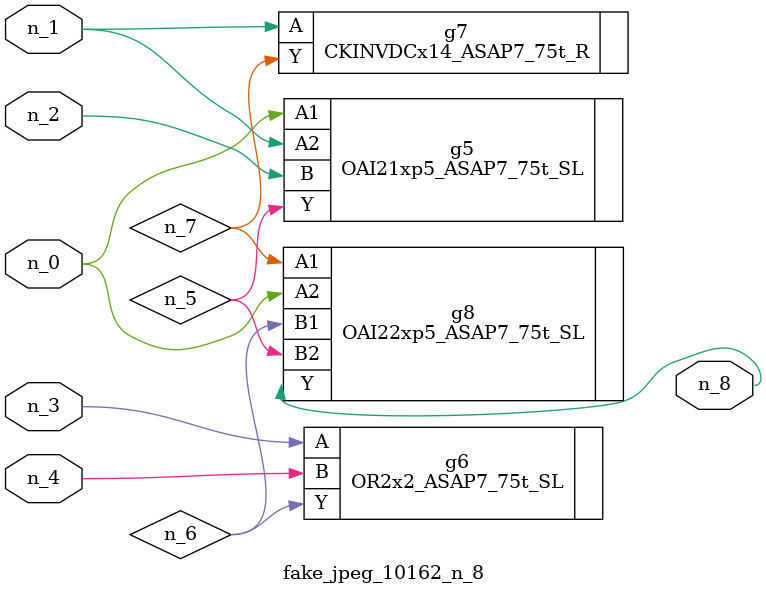
<source format=v>
module fake_jpeg_10162_n_8 (n_3, n_2, n_1, n_0, n_4, n_8);

input n_3;
input n_2;
input n_1;
input n_0;
input n_4;

output n_8;

wire n_6;
wire n_5;
wire n_7;

OAI21xp5_ASAP7_75t_SL g5 ( 
.A1(n_0),
.A2(n_1),
.B(n_2),
.Y(n_5)
);

OR2x2_ASAP7_75t_SL g6 ( 
.A(n_3),
.B(n_4),
.Y(n_6)
);

CKINVDCx14_ASAP7_75t_R g7 ( 
.A(n_1),
.Y(n_7)
);

OAI22xp5_ASAP7_75t_SL g8 ( 
.A1(n_7),
.A2(n_0),
.B1(n_6),
.B2(n_5),
.Y(n_8)
);


endmodule
</source>
